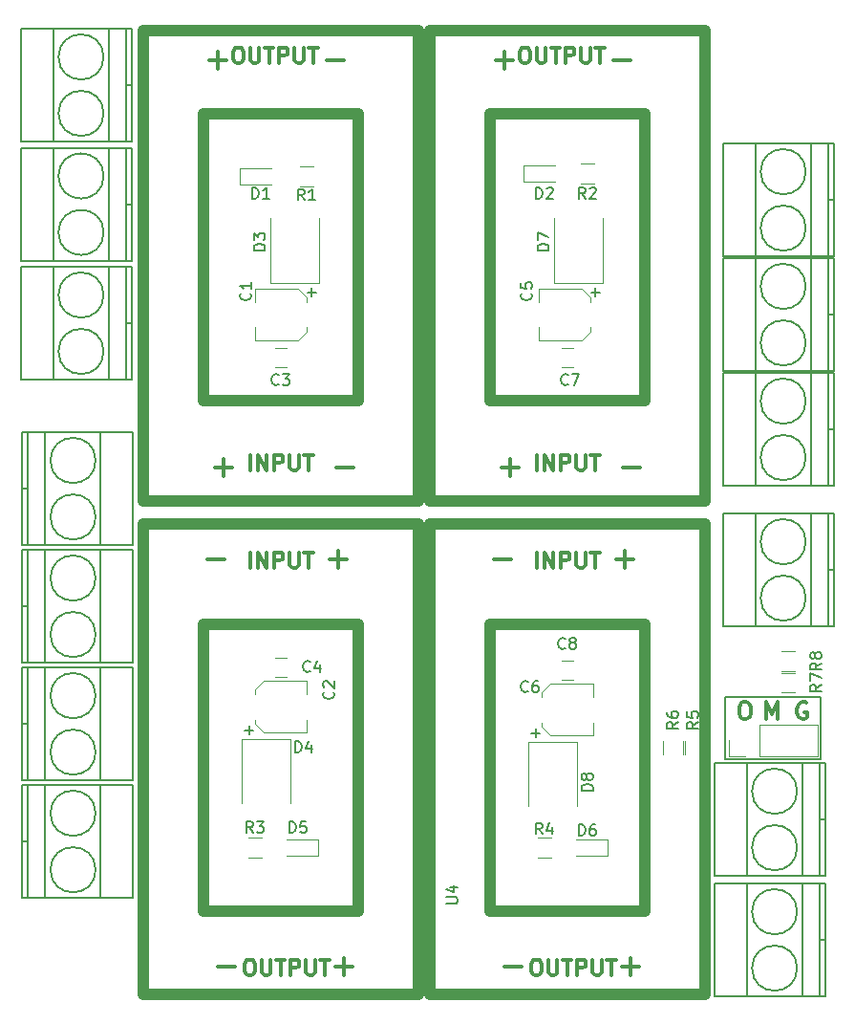
<source format=gto>
G04 #@! TF.FileFunction,Legend,Top*
%FSLAX46Y46*%
G04 Gerber Fmt 4.6, Leading zero omitted, Abs format (unit mm)*
G04 Created by KiCad (PCBNEW 4.0.6+dfsg1-1) date Mon Feb 26 19:52:27 2018*
%MOMM*%
%LPD*%
G01*
G04 APERTURE LIST*
%ADD10C,0.100000*%
%ADD11C,0.300000*%
%ADD12C,0.200000*%
%ADD13C,0.150000*%
%ADD14C,1.000000*%
%ADD15C,0.120000*%
%ADD16C,0.350000*%
G04 APERTURE END LIST*
D10*
D11*
X70059977Y26348120D02*
X69917120Y26419549D01*
X69702834Y26419549D01*
X69488549Y26348120D01*
X69345691Y26205263D01*
X69274263Y26062406D01*
X69202834Y25776691D01*
X69202834Y25562406D01*
X69274263Y25276691D01*
X69345691Y25133834D01*
X69488549Y24990977D01*
X69702834Y24919549D01*
X69845691Y24919549D01*
X70059977Y24990977D01*
X70131406Y25062406D01*
X70131406Y25562406D01*
X69845691Y25562406D01*
X66500120Y24919549D02*
X66500120Y26419549D01*
X67000120Y25348120D01*
X67500120Y26419549D01*
X67500120Y24919549D01*
X64444263Y26419549D02*
X64729977Y26419549D01*
X64872835Y26348120D01*
X65015692Y26205263D01*
X65087120Y25919549D01*
X65087120Y25419549D01*
X65015692Y25133834D01*
X64872835Y24990977D01*
X64729977Y24919549D01*
X64444263Y24919549D01*
X64301406Y24990977D01*
X64158549Y25133834D01*
X64087120Y25419549D01*
X64087120Y25919549D01*
X64158549Y26205263D01*
X64301406Y26348120D01*
X64444263Y26419549D01*
D12*
X62809120Y26868120D02*
X62809120Y21407120D01*
X71318120Y26868120D02*
X62809120Y26868120D01*
X71318120Y21407120D02*
X71318120Y26868120D01*
X62809120Y21407120D02*
X71318120Y21407120D01*
D13*
X71227120Y16033120D02*
X71727120Y16033120D01*
X69227120Y18533120D02*
G75*
G03X69227120Y18533120I-2000000J0D01*
G01*
X69227120Y13533120D02*
G75*
G03X69227120Y13533120I-2000000J0D01*
G01*
X69727120Y11033120D02*
X69727120Y21033120D01*
X64827120Y11033120D02*
X64827120Y21033120D01*
X71227120Y11033120D02*
X71227120Y21033120D01*
X71727120Y11033120D02*
X71727120Y21033120D01*
X71727120Y21033120D02*
X61927120Y21033120D01*
X61927120Y21033120D02*
X61927120Y11033120D01*
X61927120Y11033120D02*
X71727120Y11033120D01*
D14*
X30297120Y53157120D02*
X16581120Y53157120D01*
X16581120Y53157120D02*
X16581120Y78049120D01*
X16581120Y78049120D02*
X16581120Y78557120D01*
X16581120Y78557120D02*
X30297120Y78557120D01*
X30297120Y78557120D02*
X30297120Y53157120D01*
X11247120Y85923120D02*
X11247120Y44267120D01*
X11247120Y44267120D02*
X11501120Y44267120D01*
X35631120Y85923120D02*
X34869120Y85923120D01*
X35631120Y44267120D02*
X35631120Y85669120D01*
X35631120Y85669120D02*
X35631120Y85923120D01*
X35631120Y44267120D02*
X11501120Y44267120D01*
X35377120Y85923120D02*
X11247120Y85923120D01*
D13*
X9759120Y70516120D02*
X10259120Y70516120D01*
X7759120Y73016120D02*
G75*
G03X7759120Y73016120I-2000000J0D01*
G01*
X7759120Y68016120D02*
G75*
G03X7759120Y68016120I-2000000J0D01*
G01*
X8259120Y65516120D02*
X8259120Y75516120D01*
X3359120Y65516120D02*
X3359120Y75516120D01*
X9759120Y65516120D02*
X9759120Y75516120D01*
X10259120Y65516120D02*
X10259120Y75516120D01*
X10259120Y75516120D02*
X459120Y75516120D01*
X459120Y75516120D02*
X459120Y65516120D01*
X459120Y65516120D02*
X10259120Y65516120D01*
X9759120Y59975120D02*
X10259120Y59975120D01*
X7759120Y62475120D02*
G75*
G03X7759120Y62475120I-2000000J0D01*
G01*
X7759120Y57475120D02*
G75*
G03X7759120Y57475120I-2000000J0D01*
G01*
X8259120Y54975120D02*
X8259120Y64975120D01*
X3359120Y54975120D02*
X3359120Y64975120D01*
X9759120Y54975120D02*
X9759120Y64975120D01*
X10259120Y54975120D02*
X10259120Y64975120D01*
X10259120Y64975120D02*
X459120Y64975120D01*
X459120Y64975120D02*
X459120Y54975120D01*
X459120Y54975120D02*
X10259120Y54975120D01*
X9759120Y81057120D02*
X10259120Y81057120D01*
X7759120Y83557120D02*
G75*
G03X7759120Y83557120I-2000000J0D01*
G01*
X7759120Y78557120D02*
G75*
G03X7759120Y78557120I-2000000J0D01*
G01*
X8259120Y76057120D02*
X8259120Y86057120D01*
X3359120Y76057120D02*
X3359120Y86057120D01*
X9759120Y76057120D02*
X9759120Y86057120D01*
X10259120Y76057120D02*
X10259120Y86057120D01*
X10259120Y86057120D02*
X459120Y86057120D01*
X459120Y86057120D02*
X459120Y76057120D01*
X459120Y76057120D02*
X10259120Y76057120D01*
X71227120Y5365120D02*
X71727120Y5365120D01*
X69227120Y7865120D02*
G75*
G03X69227120Y7865120I-2000000J0D01*
G01*
X69227120Y2865120D02*
G75*
G03X69227120Y2865120I-2000000J0D01*
G01*
X69727120Y365120D02*
X69727120Y10365120D01*
X64827120Y365120D02*
X64827120Y10365120D01*
X71227120Y365120D02*
X71227120Y10365120D01*
X71727120Y365120D02*
X71727120Y10365120D01*
X71727120Y10365120D02*
X61927120Y10365120D01*
X61927120Y10365120D02*
X61927120Y365120D01*
X61927120Y365120D02*
X71727120Y365120D01*
X1051120Y45323120D02*
X551120Y45323120D01*
X7051120Y42823120D02*
G75*
G03X7051120Y42823120I-2000000J0D01*
G01*
X7051120Y47823120D02*
G75*
G03X7051120Y47823120I-2000000J0D01*
G01*
X2551120Y50323120D02*
X2551120Y40323120D01*
X7451120Y50323120D02*
X7451120Y40323120D01*
X1051120Y50323120D02*
X1051120Y40323120D01*
X551120Y50323120D02*
X551120Y40323120D01*
X551120Y40323120D02*
X10351120Y40323120D01*
X10351120Y40323120D02*
X10351120Y50323120D01*
X10351120Y50323120D02*
X551120Y50323120D01*
X1051120Y34909120D02*
X551120Y34909120D01*
X7051120Y32409120D02*
G75*
G03X7051120Y32409120I-2000000J0D01*
G01*
X7051120Y37409120D02*
G75*
G03X7051120Y37409120I-2000000J0D01*
G01*
X2551120Y39909120D02*
X2551120Y29909120D01*
X7451120Y39909120D02*
X7451120Y29909120D01*
X1051120Y39909120D02*
X1051120Y29909120D01*
X551120Y39909120D02*
X551120Y29909120D01*
X551120Y29909120D02*
X10351120Y29909120D01*
X10351120Y29909120D02*
X10351120Y39909120D01*
X10351120Y39909120D02*
X551120Y39909120D01*
X71989120Y70897120D02*
X72489120Y70897120D01*
X69989120Y73397120D02*
G75*
G03X69989120Y73397120I-2000000J0D01*
G01*
X69989120Y68397120D02*
G75*
G03X69989120Y68397120I-2000000J0D01*
G01*
X70489120Y65897120D02*
X70489120Y75897120D01*
X65589120Y65897120D02*
X65589120Y75897120D01*
X71989120Y65897120D02*
X71989120Y75897120D01*
X72489120Y65897120D02*
X72489120Y75897120D01*
X72489120Y75897120D02*
X62689120Y75897120D01*
X62689120Y75897120D02*
X62689120Y65897120D01*
X62689120Y65897120D02*
X72489120Y65897120D01*
X71989120Y50577120D02*
X72489120Y50577120D01*
X69989120Y53077120D02*
G75*
G03X69989120Y53077120I-2000000J0D01*
G01*
X69989120Y48077120D02*
G75*
G03X69989120Y48077120I-2000000J0D01*
G01*
X70489120Y45577120D02*
X70489120Y55577120D01*
X65589120Y45577120D02*
X65589120Y55577120D01*
X71989120Y45577120D02*
X71989120Y55577120D01*
X72489120Y45577120D02*
X72489120Y55577120D01*
X72489120Y55577120D02*
X62689120Y55577120D01*
X62689120Y55577120D02*
X62689120Y45577120D01*
X62689120Y45577120D02*
X72489120Y45577120D01*
X71989120Y60737120D02*
X72489120Y60737120D01*
X69989120Y63237120D02*
G75*
G03X69989120Y63237120I-2000000J0D01*
G01*
X69989120Y58237120D02*
G75*
G03X69989120Y58237120I-2000000J0D01*
G01*
X70489120Y55737120D02*
X70489120Y65737120D01*
X65589120Y55737120D02*
X65589120Y65737120D01*
X71989120Y55737120D02*
X71989120Y65737120D01*
X72489120Y55737120D02*
X72489120Y65737120D01*
X72489120Y65737120D02*
X62689120Y65737120D01*
X62689120Y65737120D02*
X62689120Y55737120D01*
X62689120Y55737120D02*
X72489120Y55737120D01*
X71989120Y38131120D02*
X72489120Y38131120D01*
X69989120Y40631120D02*
G75*
G03X69989120Y40631120I-2000000J0D01*
G01*
X69989120Y35631120D02*
G75*
G03X69989120Y35631120I-2000000J0D01*
G01*
X70489120Y33131120D02*
X70489120Y43131120D01*
X65589120Y33131120D02*
X65589120Y43131120D01*
X71989120Y33131120D02*
X71989120Y43131120D01*
X72489120Y33131120D02*
X72489120Y43131120D01*
X72489120Y43131120D02*
X62689120Y43131120D01*
X62689120Y43131120D02*
X62689120Y33131120D01*
X62689120Y33131120D02*
X72489120Y33131120D01*
D14*
X55697120Y53157120D02*
X41981120Y53157120D01*
X41981120Y53157120D02*
X41981120Y78049120D01*
X41981120Y78049120D02*
X41981120Y78557120D01*
X41981120Y78557120D02*
X55697120Y78557120D01*
X55697120Y78557120D02*
X55697120Y53157120D01*
X36647120Y85923120D02*
X36647120Y44267120D01*
X36647120Y44267120D02*
X36901120Y44267120D01*
X61031120Y85923120D02*
X60269120Y85923120D01*
X61031120Y44267120D02*
X61031120Y85669120D01*
X61031120Y85669120D02*
X61031120Y85923120D01*
X61031120Y44267120D02*
X36901120Y44267120D01*
X60777120Y85923120D02*
X36647120Y85923120D01*
X16581120Y33345120D02*
X30297120Y33345120D01*
X30297120Y33345120D02*
X30297120Y8453120D01*
X30297120Y8453120D02*
X30297120Y7945120D01*
X30297120Y7945120D02*
X16581120Y7945120D01*
X16581120Y7945120D02*
X16581120Y33345120D01*
X35631120Y579120D02*
X35631120Y42235120D01*
X35631120Y42235120D02*
X35377120Y42235120D01*
X11247120Y579120D02*
X12009120Y579120D01*
X11247120Y42235120D02*
X11247120Y833120D01*
X11247120Y833120D02*
X11247120Y579120D01*
X11247120Y42235120D02*
X35377120Y42235120D01*
X11501120Y579120D02*
X35631120Y579120D01*
X41981120Y33345120D02*
X55697120Y33345120D01*
X55697120Y33345120D02*
X55697120Y8453120D01*
X55697120Y8453120D02*
X55697120Y7945120D01*
X55697120Y7945120D02*
X41981120Y7945120D01*
X41981120Y7945120D02*
X41981120Y33345120D01*
X61031120Y579120D02*
X61031120Y42235120D01*
X61031120Y42235120D02*
X60777120Y42235120D01*
X36647120Y579120D02*
X37409120Y579120D01*
X36647120Y42235120D02*
X36647120Y833120D01*
X36647120Y833120D02*
X36647120Y579120D01*
X36647120Y42235120D02*
X60777120Y42235120D01*
X36901120Y579120D02*
X61031120Y579120D01*
D15*
X21149120Y58477120D02*
X21149120Y59647120D01*
X21149120Y63047120D02*
X21149120Y61877120D01*
X25729120Y62287120D02*
X25729120Y61877120D01*
X25729120Y59237120D02*
X25729120Y59647120D01*
X24959120Y58477120D02*
X21149120Y58477120D01*
X24959120Y58477120D02*
X25729120Y59237120D01*
X24959120Y63047120D02*
X21149120Y63047120D01*
X24959120Y63047120D02*
X25729120Y62287120D01*
X25729120Y28279120D02*
X25729120Y27109120D01*
X25729120Y23709120D02*
X25729120Y24879120D01*
X21149120Y24469120D02*
X21149120Y24879120D01*
X21149120Y27519120D02*
X21149120Y27109120D01*
X21919120Y28279120D02*
X25729120Y28279120D01*
X21919120Y28279120D02*
X21149120Y27519120D01*
X21919120Y23709120D02*
X25729120Y23709120D01*
X21919120Y23709120D02*
X21149120Y24469120D01*
X22939120Y56117120D02*
X23939120Y56117120D01*
X23939120Y57817120D02*
X22939120Y57817120D01*
X23939120Y30385120D02*
X22939120Y30385120D01*
X22939120Y28685120D02*
X23939120Y28685120D01*
X46295120Y58477120D02*
X46295120Y59647120D01*
X46295120Y63047120D02*
X46295120Y61877120D01*
X50875120Y62287120D02*
X50875120Y61877120D01*
X50875120Y59237120D02*
X50875120Y59647120D01*
X50105120Y58477120D02*
X46295120Y58477120D01*
X50105120Y58477120D02*
X50875120Y59237120D01*
X50105120Y63047120D02*
X46295120Y63047120D01*
X50105120Y63047120D02*
X50875120Y62287120D01*
X51129120Y28025120D02*
X51129120Y26855120D01*
X51129120Y23455120D02*
X51129120Y24625120D01*
X46549120Y24215120D02*
X46549120Y24625120D01*
X46549120Y27265120D02*
X46549120Y26855120D01*
X47319120Y28025120D02*
X51129120Y28025120D01*
X47319120Y28025120D02*
X46549120Y27265120D01*
X47319120Y23455120D02*
X51129120Y23455120D01*
X47319120Y23455120D02*
X46549120Y24215120D01*
X48339120Y56117120D02*
X49339120Y56117120D01*
X49339120Y57817120D02*
X48339120Y57817120D01*
X49339120Y30131120D02*
X48339120Y30131120D01*
X48339120Y28431120D02*
X49339120Y28431120D01*
X19861120Y73669120D02*
X19861120Y72269120D01*
X19861120Y72269120D02*
X22661120Y72269120D01*
X19861120Y73669120D02*
X22661120Y73669120D01*
X45007120Y73923120D02*
X45007120Y72523120D01*
X45007120Y72523120D02*
X47807120Y72523120D01*
X45007120Y73923120D02*
X47807120Y73923120D01*
X22559120Y63577120D02*
X26859120Y63577120D01*
X26859120Y63577120D02*
X26859120Y69277120D01*
X22559120Y63577120D02*
X22559120Y69277120D01*
X24319120Y23179120D02*
X20019120Y23179120D01*
X20019120Y23179120D02*
X20019120Y17479120D01*
X24319120Y23179120D02*
X24319120Y17479120D01*
X26763120Y12833120D02*
X26763120Y14233120D01*
X26763120Y14233120D02*
X23963120Y14233120D01*
X26763120Y12833120D02*
X23963120Y12833120D01*
X52417120Y12833120D02*
X52417120Y14233120D01*
X52417120Y14233120D02*
X49617120Y14233120D01*
X52417120Y12833120D02*
X49617120Y12833120D01*
X47705120Y63577120D02*
X52005120Y63577120D01*
X52005120Y63577120D02*
X52005120Y69277120D01*
X47705120Y63577120D02*
X47705120Y69277120D01*
X49719120Y22925120D02*
X45419120Y22925120D01*
X45419120Y22925120D02*
X45419120Y17225120D01*
X49719120Y22925120D02*
X49719120Y17225120D01*
X25125120Y73849120D02*
X26325120Y73849120D01*
X26325120Y72089120D02*
X25125120Y72089120D01*
X50017120Y74103120D02*
X51217120Y74103120D01*
X51217120Y72343120D02*
X50017120Y72343120D01*
X21816620Y12653120D02*
X20616620Y12653120D01*
X20616620Y14413120D02*
X21816620Y14413120D01*
X47407120Y12653120D02*
X46207120Y12653120D01*
X46207120Y14413120D02*
X47407120Y14413120D01*
D13*
X1051120Y14081120D02*
X551120Y14081120D01*
X7051120Y11581120D02*
G75*
G03X7051120Y11581120I-2000000J0D01*
G01*
X7051120Y16581120D02*
G75*
G03X7051120Y16581120I-2000000J0D01*
G01*
X2551120Y19081120D02*
X2551120Y9081120D01*
X7451120Y19081120D02*
X7451120Y9081120D01*
X1051120Y19081120D02*
X1051120Y9081120D01*
X551120Y19081120D02*
X551120Y9081120D01*
X551120Y9081120D02*
X10351120Y9081120D01*
X10351120Y9081120D02*
X10351120Y19081120D01*
X10351120Y19081120D02*
X551120Y19081120D01*
X1051120Y24495120D02*
X551120Y24495120D01*
X7051120Y21995120D02*
G75*
G03X7051120Y21995120I-2000000J0D01*
G01*
X7051120Y26995120D02*
G75*
G03X7051120Y26995120I-2000000J0D01*
G01*
X2551120Y29495120D02*
X2551120Y19495120D01*
X7451120Y29495120D02*
X7451120Y19495120D01*
X1051120Y29495120D02*
X1051120Y19495120D01*
X551120Y29495120D02*
X551120Y19495120D01*
X551120Y19495120D02*
X10351120Y19495120D01*
X10351120Y19495120D02*
X10351120Y29495120D01*
X10351120Y29495120D02*
X551120Y29495120D01*
D15*
X61022120Y23023120D02*
X61022120Y21823120D01*
X59262120Y21823120D02*
X59262120Y23023120D01*
X57357120Y21823120D02*
X57357120Y23023120D01*
X59117120Y23023120D02*
X59117120Y21823120D01*
X67797120Y30923120D02*
X68997120Y30923120D01*
X68997120Y29163120D02*
X67797120Y29163120D01*
X68997120Y27258120D02*
X67797120Y27258120D01*
X67797120Y29018120D02*
X68997120Y29018120D01*
X65857120Y21668120D02*
X71057120Y21668120D01*
X71057120Y21668120D02*
X71057120Y24448120D01*
X71057120Y24448120D02*
X65857120Y24448120D01*
X65857120Y24448120D02*
X65857120Y21668120D01*
X64587120Y21668120D02*
X63197120Y21668120D01*
X63197120Y21668120D02*
X63197120Y23058120D01*
D16*
X19564453Y84403787D02*
X19831120Y84403787D01*
X19964453Y84337120D01*
X20097786Y84203787D01*
X20164453Y83937120D01*
X20164453Y83470453D01*
X20097786Y83203787D01*
X19964453Y83070453D01*
X19831120Y83003787D01*
X19564453Y83003787D01*
X19431120Y83070453D01*
X19297786Y83203787D01*
X19231120Y83470453D01*
X19231120Y83937120D01*
X19297786Y84203787D01*
X19431120Y84337120D01*
X19564453Y84403787D01*
X20764453Y84403787D02*
X20764453Y83270453D01*
X20831120Y83137120D01*
X20897787Y83070453D01*
X21031120Y83003787D01*
X21297787Y83003787D01*
X21431120Y83070453D01*
X21497787Y83137120D01*
X21564453Y83270453D01*
X21564453Y84403787D01*
X22031120Y84403787D02*
X22831120Y84403787D01*
X22431120Y83003787D02*
X22431120Y84403787D01*
X23297787Y83003787D02*
X23297787Y84403787D01*
X23831121Y84403787D01*
X23964454Y84337120D01*
X24031121Y84270453D01*
X24097787Y84137120D01*
X24097787Y83937120D01*
X24031121Y83803787D01*
X23964454Y83737120D01*
X23831121Y83670453D01*
X23297787Y83670453D01*
X24697787Y84403787D02*
X24697787Y83270453D01*
X24764454Y83137120D01*
X24831121Y83070453D01*
X24964454Y83003787D01*
X25231121Y83003787D01*
X25364454Y83070453D01*
X25431121Y83137120D01*
X25497787Y83270453D01*
X25497787Y84403787D01*
X25964454Y84403787D02*
X26764454Y84403787D01*
X26364454Y83003787D02*
X26364454Y84403787D01*
D11*
X17089215Y83240263D02*
X18613025Y83240263D01*
X17851120Y82478358D02*
X17851120Y84002168D01*
X27503215Y83240263D02*
X29027025Y83240263D01*
X17597215Y47172263D02*
X19121025Y47172263D01*
X18359120Y46410358D02*
X18359120Y47934168D01*
X28392215Y47172263D02*
X29916025Y47172263D01*
D16*
X20739119Y46935787D02*
X20739119Y48335787D01*
X21405786Y46935787D02*
X21405786Y48335787D01*
X22205786Y46935787D01*
X22205786Y48335787D01*
X22872453Y46935787D02*
X22872453Y48335787D01*
X23405787Y48335787D01*
X23539120Y48269120D01*
X23605787Y48202453D01*
X23672453Y48069120D01*
X23672453Y47869120D01*
X23605787Y47735787D01*
X23539120Y47669120D01*
X23405787Y47602453D01*
X22872453Y47602453D01*
X24272453Y48335787D02*
X24272453Y47202453D01*
X24339120Y47069120D01*
X24405787Y47002453D01*
X24539120Y46935787D01*
X24805787Y46935787D01*
X24939120Y47002453D01*
X25005787Y47069120D01*
X25072453Y47202453D01*
X25072453Y48335787D01*
X25539120Y48335787D02*
X26339120Y48335787D01*
X25939120Y46935787D02*
X25939120Y48335787D01*
X44964453Y84403787D02*
X45231120Y84403787D01*
X45364453Y84337120D01*
X45497786Y84203787D01*
X45564453Y83937120D01*
X45564453Y83470453D01*
X45497786Y83203787D01*
X45364453Y83070453D01*
X45231120Y83003787D01*
X44964453Y83003787D01*
X44831120Y83070453D01*
X44697786Y83203787D01*
X44631120Y83470453D01*
X44631120Y83937120D01*
X44697786Y84203787D01*
X44831120Y84337120D01*
X44964453Y84403787D01*
X46164453Y84403787D02*
X46164453Y83270453D01*
X46231120Y83137120D01*
X46297787Y83070453D01*
X46431120Y83003787D01*
X46697787Y83003787D01*
X46831120Y83070453D01*
X46897787Y83137120D01*
X46964453Y83270453D01*
X46964453Y84403787D01*
X47431120Y84403787D02*
X48231120Y84403787D01*
X47831120Y83003787D02*
X47831120Y84403787D01*
X48697787Y83003787D02*
X48697787Y84403787D01*
X49231121Y84403787D01*
X49364454Y84337120D01*
X49431121Y84270453D01*
X49497787Y84137120D01*
X49497787Y83937120D01*
X49431121Y83803787D01*
X49364454Y83737120D01*
X49231121Y83670453D01*
X48697787Y83670453D01*
X50097787Y84403787D02*
X50097787Y83270453D01*
X50164454Y83137120D01*
X50231121Y83070453D01*
X50364454Y83003787D01*
X50631121Y83003787D01*
X50764454Y83070453D01*
X50831121Y83137120D01*
X50897787Y83270453D01*
X50897787Y84403787D01*
X51364454Y84403787D02*
X52164454Y84403787D01*
X51764454Y83003787D02*
X51764454Y84403787D01*
D11*
X42489215Y83240263D02*
X44013025Y83240263D01*
X43251120Y82478358D02*
X43251120Y84002168D01*
X52903215Y83240263D02*
X54427025Y83240263D01*
X42997215Y47172263D02*
X44521025Y47172263D01*
X43759120Y46410358D02*
X43759120Y47934168D01*
X53792215Y47172263D02*
X55316025Y47172263D01*
D16*
X46139119Y46935787D02*
X46139119Y48335787D01*
X46805786Y46935787D02*
X46805786Y48335787D01*
X47605786Y46935787D01*
X47605786Y48335787D01*
X48272453Y46935787D02*
X48272453Y48335787D01*
X48805787Y48335787D01*
X48939120Y48269120D01*
X49005787Y48202453D01*
X49072453Y48069120D01*
X49072453Y47869120D01*
X49005787Y47735787D01*
X48939120Y47669120D01*
X48805787Y47602453D01*
X48272453Y47602453D01*
X49672453Y48335787D02*
X49672453Y47202453D01*
X49739120Y47069120D01*
X49805787Y47002453D01*
X49939120Y46935787D01*
X50205787Y46935787D01*
X50339120Y47002453D01*
X50405787Y47069120D01*
X50472453Y47202453D01*
X50472453Y48335787D01*
X50939120Y48335787D02*
X51739120Y48335787D01*
X51339120Y46935787D02*
X51339120Y48335787D01*
X20580453Y3631787D02*
X20847120Y3631787D01*
X20980453Y3565120D01*
X21113786Y3431787D01*
X21180453Y3165120D01*
X21180453Y2698453D01*
X21113786Y2431787D01*
X20980453Y2298453D01*
X20847120Y2231787D01*
X20580453Y2231787D01*
X20447120Y2298453D01*
X20313786Y2431787D01*
X20247120Y2698453D01*
X20247120Y3165120D01*
X20313786Y3431787D01*
X20447120Y3565120D01*
X20580453Y3631787D01*
X21780453Y3631787D02*
X21780453Y2498453D01*
X21847120Y2365120D01*
X21913787Y2298453D01*
X22047120Y2231787D01*
X22313787Y2231787D01*
X22447120Y2298453D01*
X22513787Y2365120D01*
X22580453Y2498453D01*
X22580453Y3631787D01*
X23047120Y3631787D02*
X23847120Y3631787D01*
X23447120Y2231787D02*
X23447120Y3631787D01*
X24313787Y2231787D02*
X24313787Y3631787D01*
X24847121Y3631787D01*
X24980454Y3565120D01*
X25047121Y3498453D01*
X25113787Y3365120D01*
X25113787Y3165120D01*
X25047121Y3031787D01*
X24980454Y2965120D01*
X24847121Y2898453D01*
X24313787Y2898453D01*
X25713787Y3631787D02*
X25713787Y2498453D01*
X25780454Y2365120D01*
X25847121Y2298453D01*
X25980454Y2231787D01*
X26247121Y2231787D01*
X26380454Y2298453D01*
X26447121Y2365120D01*
X26513787Y2498453D01*
X26513787Y3631787D01*
X26980454Y3631787D02*
X27780454Y3631787D01*
X27380454Y2231787D02*
X27380454Y3631787D01*
D11*
X28265215Y2976263D02*
X29789025Y2976263D01*
X29027120Y2214358D02*
X29027120Y3738168D01*
X17851215Y2976263D02*
X19375025Y2976263D01*
X27757215Y39044263D02*
X29281025Y39044263D01*
X28519120Y38282358D02*
X28519120Y39806168D01*
X16962215Y39044263D02*
X18486025Y39044263D01*
D16*
X20739119Y38299787D02*
X20739119Y39699787D01*
X21405786Y38299787D02*
X21405786Y39699787D01*
X22205786Y38299787D01*
X22205786Y39699787D01*
X22872453Y38299787D02*
X22872453Y39699787D01*
X23405787Y39699787D01*
X23539120Y39633120D01*
X23605787Y39566453D01*
X23672453Y39433120D01*
X23672453Y39233120D01*
X23605787Y39099787D01*
X23539120Y39033120D01*
X23405787Y38966453D01*
X22872453Y38966453D01*
X24272453Y39699787D02*
X24272453Y38566453D01*
X24339120Y38433120D01*
X24405787Y38366453D01*
X24539120Y38299787D01*
X24805787Y38299787D01*
X24939120Y38366453D01*
X25005787Y38433120D01*
X25072453Y38566453D01*
X25072453Y39699787D01*
X25539120Y39699787D02*
X26339120Y39699787D01*
X25939120Y38299787D02*
X25939120Y39699787D01*
D13*
X38131501Y8580215D02*
X38941025Y8580215D01*
X39036263Y8627834D01*
X39083882Y8675453D01*
X39131501Y8770691D01*
X39131501Y8961168D01*
X39083882Y9056406D01*
X39036263Y9104025D01*
X38941025Y9151644D01*
X38131501Y9151644D01*
X38464834Y10056406D02*
X39131501Y10056406D01*
X38083882Y9818310D02*
X38798168Y9580215D01*
X38798168Y10199263D01*
D16*
X45980453Y3631787D02*
X46247120Y3631787D01*
X46380453Y3565120D01*
X46513786Y3431787D01*
X46580453Y3165120D01*
X46580453Y2698453D01*
X46513786Y2431787D01*
X46380453Y2298453D01*
X46247120Y2231787D01*
X45980453Y2231787D01*
X45847120Y2298453D01*
X45713786Y2431787D01*
X45647120Y2698453D01*
X45647120Y3165120D01*
X45713786Y3431787D01*
X45847120Y3565120D01*
X45980453Y3631787D01*
X47180453Y3631787D02*
X47180453Y2498453D01*
X47247120Y2365120D01*
X47313787Y2298453D01*
X47447120Y2231787D01*
X47713787Y2231787D01*
X47847120Y2298453D01*
X47913787Y2365120D01*
X47980453Y2498453D01*
X47980453Y3631787D01*
X48447120Y3631787D02*
X49247120Y3631787D01*
X48847120Y2231787D02*
X48847120Y3631787D01*
X49713787Y2231787D02*
X49713787Y3631787D01*
X50247121Y3631787D01*
X50380454Y3565120D01*
X50447121Y3498453D01*
X50513787Y3365120D01*
X50513787Y3165120D01*
X50447121Y3031787D01*
X50380454Y2965120D01*
X50247121Y2898453D01*
X49713787Y2898453D01*
X51113787Y3631787D02*
X51113787Y2498453D01*
X51180454Y2365120D01*
X51247121Y2298453D01*
X51380454Y2231787D01*
X51647121Y2231787D01*
X51780454Y2298453D01*
X51847121Y2365120D01*
X51913787Y2498453D01*
X51913787Y3631787D01*
X52380454Y3631787D02*
X53180454Y3631787D01*
X52780454Y2231787D02*
X52780454Y3631787D01*
D11*
X53665215Y2976263D02*
X55189025Y2976263D01*
X54427120Y2214358D02*
X54427120Y3738168D01*
X43251215Y2976263D02*
X44775025Y2976263D01*
X53157215Y39044263D02*
X54681025Y39044263D01*
X53919120Y38282358D02*
X53919120Y39806168D01*
X42362215Y39044263D02*
X43886025Y39044263D01*
D16*
X46139119Y38299787D02*
X46139119Y39699787D01*
X46805786Y38299787D02*
X46805786Y39699787D01*
X47605786Y38299787D01*
X47605786Y39699787D01*
X48272453Y38299787D02*
X48272453Y39699787D01*
X48805787Y39699787D01*
X48939120Y39633120D01*
X49005787Y39566453D01*
X49072453Y39433120D01*
X49072453Y39233120D01*
X49005787Y39099787D01*
X48939120Y39033120D01*
X48805787Y38966453D01*
X48272453Y38966453D01*
X49672453Y39699787D02*
X49672453Y38566453D01*
X49739120Y38433120D01*
X49805787Y38366453D01*
X49939120Y38299787D01*
X50205787Y38299787D01*
X50339120Y38366453D01*
X50405787Y38433120D01*
X50472453Y38566453D01*
X50472453Y39699787D01*
X50939120Y39699787D02*
X51739120Y39699787D01*
X51339120Y38299787D02*
X51339120Y39699787D01*
D13*
X20748263Y62642454D02*
X20795882Y62594835D01*
X20843501Y62451978D01*
X20843501Y62356740D01*
X20795882Y62213882D01*
X20700644Y62118644D01*
X20605406Y62071025D01*
X20414930Y62023406D01*
X20272072Y62023406D01*
X20081596Y62071025D01*
X19986358Y62118644D01*
X19891120Y62213882D01*
X19843501Y62356740D01*
X19843501Y62451978D01*
X19891120Y62594835D01*
X19938739Y62642454D01*
X20843501Y63594835D02*
X20843501Y63023406D01*
X20843501Y63309120D02*
X19843501Y63309120D01*
X19986358Y63213882D01*
X20081596Y63118644D01*
X20129215Y63023406D01*
X25838168Y62695691D02*
X26600073Y62695691D01*
X26219121Y62314739D02*
X26219121Y63076644D01*
X28114263Y27336454D02*
X28161882Y27288835D01*
X28209501Y27145978D01*
X28209501Y27050740D01*
X28161882Y26907882D01*
X28066644Y26812644D01*
X27971406Y26765025D01*
X27780930Y26717406D01*
X27638072Y26717406D01*
X27447596Y26765025D01*
X27352358Y26812644D01*
X27257120Y26907882D01*
X27209501Y27050740D01*
X27209501Y27145978D01*
X27257120Y27288835D01*
X27304739Y27336454D01*
X27304739Y27717406D02*
X27257120Y27765025D01*
X27209501Y27860263D01*
X27209501Y28098359D01*
X27257120Y28193597D01*
X27304739Y28241216D01*
X27399977Y28288835D01*
X27495215Y28288835D01*
X27638072Y28241216D01*
X28209501Y27669787D01*
X28209501Y28288835D01*
X20278168Y23917691D02*
X21040073Y23917691D01*
X20659121Y23536739D02*
X20659121Y24298644D01*
X23272454Y54577977D02*
X23224835Y54530358D01*
X23081978Y54482739D01*
X22986740Y54482739D01*
X22843882Y54530358D01*
X22748644Y54625596D01*
X22701025Y54720834D01*
X22653406Y54911310D01*
X22653406Y55054168D01*
X22701025Y55244644D01*
X22748644Y55339882D01*
X22843882Y55435120D01*
X22986740Y55482739D01*
X23081978Y55482739D01*
X23224835Y55435120D01*
X23272454Y55387501D01*
X23605787Y55482739D02*
X24224835Y55482739D01*
X23891501Y55101787D01*
X24034359Y55101787D01*
X24129597Y55054168D01*
X24177216Y55006549D01*
X24224835Y54911310D01*
X24224835Y54673215D01*
X24177216Y54577977D01*
X24129597Y54530358D01*
X24034359Y54482739D01*
X23748644Y54482739D01*
X23653406Y54530358D01*
X23605787Y54577977D01*
X26066454Y29177977D02*
X26018835Y29130358D01*
X25875978Y29082739D01*
X25780740Y29082739D01*
X25637882Y29130358D01*
X25542644Y29225596D01*
X25495025Y29320834D01*
X25447406Y29511310D01*
X25447406Y29654168D01*
X25495025Y29844644D01*
X25542644Y29939882D01*
X25637882Y30035120D01*
X25780740Y30082739D01*
X25875978Y30082739D01*
X26018835Y30035120D01*
X26066454Y29987501D01*
X26923597Y29749406D02*
X26923597Y29082739D01*
X26685501Y30130358D02*
X26447406Y29416072D01*
X27066454Y29416072D01*
X45640263Y62642454D02*
X45687882Y62594835D01*
X45735501Y62451978D01*
X45735501Y62356740D01*
X45687882Y62213882D01*
X45592644Y62118644D01*
X45497406Y62071025D01*
X45306930Y62023406D01*
X45164072Y62023406D01*
X44973596Y62071025D01*
X44878358Y62118644D01*
X44783120Y62213882D01*
X44735501Y62356740D01*
X44735501Y62451978D01*
X44783120Y62594835D01*
X44830739Y62642454D01*
X44735501Y63547216D02*
X44735501Y63071025D01*
X45211691Y63023406D01*
X45164072Y63071025D01*
X45116453Y63166263D01*
X45116453Y63404359D01*
X45164072Y63499597D01*
X45211691Y63547216D01*
X45306930Y63594835D01*
X45545025Y63594835D01*
X45640263Y63547216D01*
X45687882Y63499597D01*
X45735501Y63404359D01*
X45735501Y63166263D01*
X45687882Y63071025D01*
X45640263Y63023406D01*
X50984168Y62695691D02*
X51746073Y62695691D01*
X51365121Y62314739D02*
X51365121Y63076644D01*
X45370454Y27399977D02*
X45322835Y27352358D01*
X45179978Y27304739D01*
X45084740Y27304739D01*
X44941882Y27352358D01*
X44846644Y27447596D01*
X44799025Y27542834D01*
X44751406Y27733310D01*
X44751406Y27876168D01*
X44799025Y28066644D01*
X44846644Y28161882D01*
X44941882Y28257120D01*
X45084740Y28304739D01*
X45179978Y28304739D01*
X45322835Y28257120D01*
X45370454Y28209501D01*
X46227597Y28304739D02*
X46037120Y28304739D01*
X45941882Y28257120D01*
X45894263Y28209501D01*
X45799025Y28066644D01*
X45751406Y27876168D01*
X45751406Y27495215D01*
X45799025Y27399977D01*
X45846644Y27352358D01*
X45941882Y27304739D01*
X46132359Y27304739D01*
X46227597Y27352358D01*
X46275216Y27399977D01*
X46322835Y27495215D01*
X46322835Y27733310D01*
X46275216Y27828549D01*
X46227597Y27876168D01*
X46132359Y27923787D01*
X45941882Y27923787D01*
X45846644Y27876168D01*
X45799025Y27828549D01*
X45751406Y27733310D01*
X45678168Y23663691D02*
X46440073Y23663691D01*
X46059121Y23282739D02*
X46059121Y24044644D01*
X48926454Y54577977D02*
X48878835Y54530358D01*
X48735978Y54482739D01*
X48640740Y54482739D01*
X48497882Y54530358D01*
X48402644Y54625596D01*
X48355025Y54720834D01*
X48307406Y54911310D01*
X48307406Y55054168D01*
X48355025Y55244644D01*
X48402644Y55339882D01*
X48497882Y55435120D01*
X48640740Y55482739D01*
X48735978Y55482739D01*
X48878835Y55435120D01*
X48926454Y55387501D01*
X49259787Y55482739D02*
X49926454Y55482739D01*
X49497882Y54482739D01*
X48672454Y31209977D02*
X48624835Y31162358D01*
X48481978Y31114739D01*
X48386740Y31114739D01*
X48243882Y31162358D01*
X48148644Y31257596D01*
X48101025Y31352834D01*
X48053406Y31543310D01*
X48053406Y31686168D01*
X48101025Y31876644D01*
X48148644Y31971882D01*
X48243882Y32067120D01*
X48386740Y32114739D01*
X48481978Y32114739D01*
X48624835Y32067120D01*
X48672454Y32019501D01*
X49243882Y31686168D02*
X49148644Y31733787D01*
X49101025Y31781406D01*
X49053406Y31876644D01*
X49053406Y31924263D01*
X49101025Y32019501D01*
X49148644Y32067120D01*
X49243882Y32114739D01*
X49434359Y32114739D01*
X49529597Y32067120D01*
X49577216Y32019501D01*
X49624835Y31924263D01*
X49624835Y31876644D01*
X49577216Y31781406D01*
X49529597Y31733787D01*
X49434359Y31686168D01*
X49243882Y31686168D01*
X49148644Y31638549D01*
X49101025Y31590930D01*
X49053406Y31495691D01*
X49053406Y31305215D01*
X49101025Y31209977D01*
X49148644Y31162358D01*
X49243882Y31114739D01*
X49434359Y31114739D01*
X49529597Y31162358D01*
X49577216Y31209977D01*
X49624835Y31305215D01*
X49624835Y31495691D01*
X49577216Y31590930D01*
X49529597Y31638549D01*
X49434359Y31686168D01*
X20923025Y70992739D02*
X20923025Y71992739D01*
X21161120Y71992739D01*
X21303978Y71945120D01*
X21399216Y71849882D01*
X21446835Y71754644D01*
X21494454Y71564168D01*
X21494454Y71421310D01*
X21446835Y71230834D01*
X21399216Y71135596D01*
X21303978Y71040358D01*
X21161120Y70992739D01*
X20923025Y70992739D01*
X22446835Y70992739D02*
X21875406Y70992739D01*
X22161120Y70992739D02*
X22161120Y71992739D01*
X22065882Y71849882D01*
X21970644Y71754644D01*
X21875406Y71707025D01*
X46069025Y70992739D02*
X46069025Y71992739D01*
X46307120Y71992739D01*
X46449978Y71945120D01*
X46545216Y71849882D01*
X46592835Y71754644D01*
X46640454Y71564168D01*
X46640454Y71421310D01*
X46592835Y71230834D01*
X46545216Y71135596D01*
X46449978Y71040358D01*
X46307120Y70992739D01*
X46069025Y70992739D01*
X47021406Y71897501D02*
X47069025Y71945120D01*
X47164263Y71992739D01*
X47402359Y71992739D01*
X47497597Y71945120D01*
X47545216Y71897501D01*
X47592835Y71802263D01*
X47592835Y71707025D01*
X47545216Y71564168D01*
X46973787Y70992739D01*
X47592835Y70992739D01*
X22061501Y66439025D02*
X21061501Y66439025D01*
X21061501Y66677120D01*
X21109120Y66819978D01*
X21204358Y66915216D01*
X21299596Y66962835D01*
X21490072Y67010454D01*
X21632930Y67010454D01*
X21823406Y66962835D01*
X21918644Y66915216D01*
X22013882Y66819978D01*
X22061501Y66677120D01*
X22061501Y66439025D01*
X21061501Y67343787D02*
X21061501Y67962835D01*
X21442453Y67629501D01*
X21442453Y67772359D01*
X21490072Y67867597D01*
X21537691Y67915216D01*
X21632930Y67962835D01*
X21871025Y67962835D01*
X21966263Y67915216D01*
X22013882Y67867597D01*
X22061501Y67772359D01*
X22061501Y67486644D01*
X22013882Y67391406D01*
X21966263Y67343787D01*
X24733025Y21970739D02*
X24733025Y22970739D01*
X24971120Y22970739D01*
X25113978Y22923120D01*
X25209216Y22827882D01*
X25256835Y22732644D01*
X25304454Y22542168D01*
X25304454Y22399310D01*
X25256835Y22208834D01*
X25209216Y22113596D01*
X25113978Y22018358D01*
X24971120Y21970739D01*
X24733025Y21970739D01*
X26161597Y22637406D02*
X26161597Y21970739D01*
X25923501Y23018358D02*
X25685406Y22304072D01*
X26304454Y22304072D01*
X24225025Y14858739D02*
X24225025Y15858739D01*
X24463120Y15858739D01*
X24605978Y15811120D01*
X24701216Y15715882D01*
X24748835Y15620644D01*
X24796454Y15430168D01*
X24796454Y15287310D01*
X24748835Y15096834D01*
X24701216Y15001596D01*
X24605978Y14906358D01*
X24463120Y14858739D01*
X24225025Y14858739D01*
X25701216Y15858739D02*
X25225025Y15858739D01*
X25177406Y15382549D01*
X25225025Y15430168D01*
X25320263Y15477787D01*
X25558359Y15477787D01*
X25653597Y15430168D01*
X25701216Y15382549D01*
X25748835Y15287310D01*
X25748835Y15049215D01*
X25701216Y14953977D01*
X25653597Y14906358D01*
X25558359Y14858739D01*
X25320263Y14858739D01*
X25225025Y14906358D01*
X25177406Y14953977D01*
X49879025Y14604739D02*
X49879025Y15604739D01*
X50117120Y15604739D01*
X50259978Y15557120D01*
X50355216Y15461882D01*
X50402835Y15366644D01*
X50450454Y15176168D01*
X50450454Y15033310D01*
X50402835Y14842834D01*
X50355216Y14747596D01*
X50259978Y14652358D01*
X50117120Y14604739D01*
X49879025Y14604739D01*
X51307597Y15604739D02*
X51117120Y15604739D01*
X51021882Y15557120D01*
X50974263Y15509501D01*
X50879025Y15366644D01*
X50831406Y15176168D01*
X50831406Y14795215D01*
X50879025Y14699977D01*
X50926644Y14652358D01*
X51021882Y14604739D01*
X51212359Y14604739D01*
X51307597Y14652358D01*
X51355216Y14699977D01*
X51402835Y14795215D01*
X51402835Y15033310D01*
X51355216Y15128549D01*
X51307597Y15176168D01*
X51212359Y15223787D01*
X51021882Y15223787D01*
X50926644Y15176168D01*
X50879025Y15128549D01*
X50831406Y15033310D01*
X47207501Y66439025D02*
X46207501Y66439025D01*
X46207501Y66677120D01*
X46255120Y66819978D01*
X46350358Y66915216D01*
X46445596Y66962835D01*
X46636072Y67010454D01*
X46778930Y67010454D01*
X46969406Y66962835D01*
X47064644Y66915216D01*
X47159882Y66819978D01*
X47207501Y66677120D01*
X47207501Y66439025D01*
X46207501Y67343787D02*
X46207501Y68010454D01*
X47207501Y67581882D01*
X51121501Y18587025D02*
X50121501Y18587025D01*
X50121501Y18825120D01*
X50169120Y18967978D01*
X50264358Y19063216D01*
X50359596Y19110835D01*
X50550072Y19158454D01*
X50692930Y19158454D01*
X50883406Y19110835D01*
X50978644Y19063216D01*
X51073882Y18967978D01*
X51121501Y18825120D01*
X51121501Y18587025D01*
X50550072Y19729882D02*
X50502453Y19634644D01*
X50454834Y19587025D01*
X50359596Y19539406D01*
X50311977Y19539406D01*
X50216739Y19587025D01*
X50169120Y19634644D01*
X50121501Y19729882D01*
X50121501Y19920359D01*
X50169120Y20015597D01*
X50216739Y20063216D01*
X50311977Y20110835D01*
X50359596Y20110835D01*
X50454834Y20063216D01*
X50502453Y20015597D01*
X50550072Y19920359D01*
X50550072Y19729882D01*
X50597691Y19634644D01*
X50645310Y19587025D01*
X50740549Y19539406D01*
X50931025Y19539406D01*
X51026263Y19587025D01*
X51073882Y19634644D01*
X51121501Y19729882D01*
X51121501Y19920359D01*
X51073882Y20015597D01*
X51026263Y20063216D01*
X50931025Y20110835D01*
X50740549Y20110835D01*
X50645310Y20063216D01*
X50597691Y20015597D01*
X50550072Y19920359D01*
X25558454Y70866739D02*
X25225120Y71342930D01*
X24987025Y70866739D02*
X24987025Y71866739D01*
X25367978Y71866739D01*
X25463216Y71819120D01*
X25510835Y71771501D01*
X25558454Y71676263D01*
X25558454Y71533406D01*
X25510835Y71438168D01*
X25463216Y71390549D01*
X25367978Y71342930D01*
X24987025Y71342930D01*
X26510835Y70866739D02*
X25939406Y70866739D01*
X26225120Y70866739D02*
X26225120Y71866739D01*
X26129882Y71723882D01*
X26034644Y71628644D01*
X25939406Y71581025D01*
X50450454Y70992739D02*
X50117120Y71468930D01*
X49879025Y70992739D02*
X49879025Y71992739D01*
X50259978Y71992739D01*
X50355216Y71945120D01*
X50402835Y71897501D01*
X50450454Y71802263D01*
X50450454Y71659406D01*
X50402835Y71564168D01*
X50355216Y71516549D01*
X50259978Y71468930D01*
X49879025Y71468930D01*
X50831406Y71897501D02*
X50879025Y71945120D01*
X50974263Y71992739D01*
X51212359Y71992739D01*
X51307597Y71945120D01*
X51355216Y71897501D01*
X51402835Y71802263D01*
X51402835Y71707025D01*
X51355216Y71564168D01*
X50783787Y70992739D01*
X51402835Y70992739D01*
X20986454Y14858739D02*
X20653120Y15334930D01*
X20415025Y14858739D02*
X20415025Y15858739D01*
X20795978Y15858739D01*
X20891216Y15811120D01*
X20938835Y15763501D01*
X20986454Y15668263D01*
X20986454Y15525406D01*
X20938835Y15430168D01*
X20891216Y15382549D01*
X20795978Y15334930D01*
X20415025Y15334930D01*
X21319787Y15858739D02*
X21938835Y15858739D01*
X21605501Y15477787D01*
X21748359Y15477787D01*
X21843597Y15430168D01*
X21891216Y15382549D01*
X21938835Y15287310D01*
X21938835Y15049215D01*
X21891216Y14953977D01*
X21843597Y14906358D01*
X21748359Y14858739D01*
X21462644Y14858739D01*
X21367406Y14906358D01*
X21319787Y14953977D01*
X46640454Y14730739D02*
X46307120Y15206930D01*
X46069025Y14730739D02*
X46069025Y15730739D01*
X46449978Y15730739D01*
X46545216Y15683120D01*
X46592835Y15635501D01*
X46640454Y15540263D01*
X46640454Y15397406D01*
X46592835Y15302168D01*
X46545216Y15254549D01*
X46449978Y15206930D01*
X46069025Y15206930D01*
X47497597Y15397406D02*
X47497597Y14730739D01*
X47259501Y15778358D02*
X47021406Y15064072D01*
X47640454Y15064072D01*
X60467501Y24669454D02*
X59991310Y24336120D01*
X60467501Y24098025D02*
X59467501Y24098025D01*
X59467501Y24478978D01*
X59515120Y24574216D01*
X59562739Y24621835D01*
X59657977Y24669454D01*
X59800834Y24669454D01*
X59896072Y24621835D01*
X59943691Y24574216D01*
X59991310Y24478978D01*
X59991310Y24098025D01*
X59467501Y25574216D02*
X59467501Y25098025D01*
X59943691Y25050406D01*
X59896072Y25098025D01*
X59848453Y25193263D01*
X59848453Y25431359D01*
X59896072Y25526597D01*
X59943691Y25574216D01*
X60038930Y25621835D01*
X60277025Y25621835D01*
X60372263Y25574216D01*
X60419882Y25526597D01*
X60467501Y25431359D01*
X60467501Y25193263D01*
X60419882Y25098025D01*
X60372263Y25050406D01*
X58689501Y24669454D02*
X58213310Y24336120D01*
X58689501Y24098025D02*
X57689501Y24098025D01*
X57689501Y24478978D01*
X57737120Y24574216D01*
X57784739Y24621835D01*
X57879977Y24669454D01*
X58022834Y24669454D01*
X58118072Y24621835D01*
X58165691Y24574216D01*
X58213310Y24478978D01*
X58213310Y24098025D01*
X57689501Y25526597D02*
X57689501Y25336120D01*
X57737120Y25240882D01*
X57784739Y25193263D01*
X57927596Y25098025D01*
X58118072Y25050406D01*
X58499025Y25050406D01*
X58594263Y25098025D01*
X58641882Y25145644D01*
X58689501Y25240882D01*
X58689501Y25431359D01*
X58641882Y25526597D01*
X58594263Y25574216D01*
X58499025Y25621835D01*
X58260930Y25621835D01*
X58165691Y25574216D01*
X58118072Y25526597D01*
X58070453Y25431359D01*
X58070453Y25240882D01*
X58118072Y25145644D01*
X58165691Y25098025D01*
X58260930Y25050406D01*
X71389501Y27971454D02*
X70913310Y27638120D01*
X71389501Y27400025D02*
X70389501Y27400025D01*
X70389501Y27780978D01*
X70437120Y27876216D01*
X70484739Y27923835D01*
X70579977Y27971454D01*
X70722834Y27971454D01*
X70818072Y27923835D01*
X70865691Y27876216D01*
X70913310Y27780978D01*
X70913310Y27400025D01*
X70389501Y28304787D02*
X70389501Y28971454D01*
X71389501Y28542882D01*
X71389501Y29876454D02*
X70913310Y29543120D01*
X71389501Y29305025D02*
X70389501Y29305025D01*
X70389501Y29685978D01*
X70437120Y29781216D01*
X70484739Y29828835D01*
X70579977Y29876454D01*
X70722834Y29876454D01*
X70818072Y29828835D01*
X70865691Y29781216D01*
X70913310Y29685978D01*
X70913310Y29305025D01*
X70818072Y30447882D02*
X70770453Y30352644D01*
X70722834Y30305025D01*
X70627596Y30257406D01*
X70579977Y30257406D01*
X70484739Y30305025D01*
X70437120Y30352644D01*
X70389501Y30447882D01*
X70389501Y30638359D01*
X70437120Y30733597D01*
X70484739Y30781216D01*
X70579977Y30828835D01*
X70627596Y30828835D01*
X70722834Y30781216D01*
X70770453Y30733597D01*
X70818072Y30638359D01*
X70818072Y30447882D01*
X70865691Y30352644D01*
X70913310Y30305025D01*
X71008549Y30257406D01*
X71199025Y30257406D01*
X71294263Y30305025D01*
X71341882Y30352644D01*
X71389501Y30447882D01*
X71389501Y30638359D01*
X71341882Y30733597D01*
X71294263Y30781216D01*
X71199025Y30828835D01*
X71008549Y30828835D01*
X70913310Y30781216D01*
X70865691Y30733597D01*
X70818072Y30638359D01*
M02*

</source>
